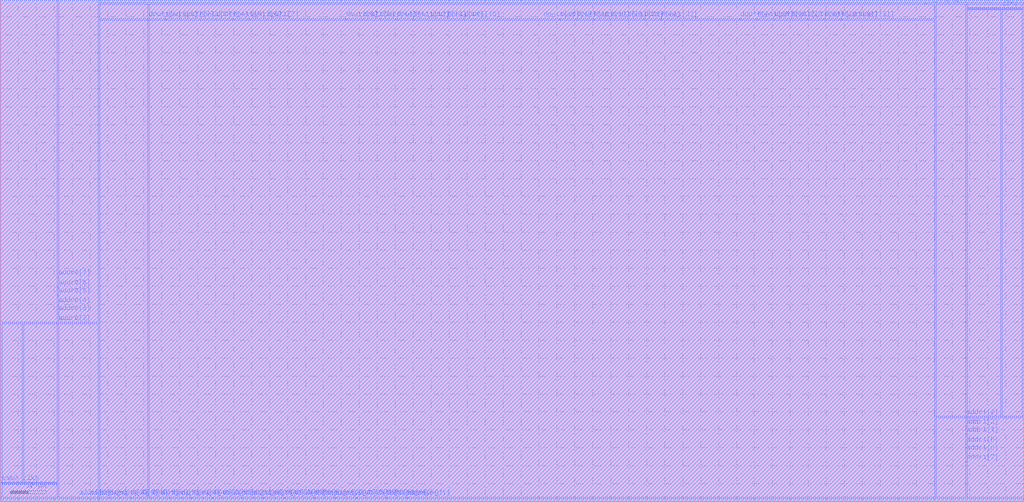
<source format=lef>
VERSION 5.4 ;
NAMESCASESENSITIVE ON ;
BUSBITCHARS "[]" ;
DIVIDERCHAR "/" ;
UNITS
  DATABASE MICRONS 2000 ;
END UNITS
MACRO custom_sram_1r1w_32_256_freepdk45
   CLASS BLOCK ;
   SIZE 285.105 BY 139.77 ;
   SYMMETRY X Y R90 ;
   PIN din0[0]
      DIRECTION INPUT ;
      PORT
         LAYER metal3 ;
         RECT  27.485 1.0375 27.62 1.1725 ;
      END
   END din0[0]
   PIN din0[1]
      DIRECTION INPUT ;
      PORT
         LAYER metal3 ;
         RECT  30.345 1.0375 30.48 1.1725 ;
      END
   END din0[1]
   PIN din0[2]
      DIRECTION INPUT ;
      PORT
         LAYER metal3 ;
         RECT  33.205 1.0375 33.34 1.1725 ;
      END
   END din0[2]
   PIN din0[3]
      DIRECTION INPUT ;
      PORT
         LAYER metal3 ;
         RECT  36.065 1.0375 36.2 1.1725 ;
      END
   END din0[3]
   PIN din0[4]
      DIRECTION INPUT ;
      PORT
         LAYER metal3 ;
         RECT  38.925 1.0375 39.06 1.1725 ;
      END
   END din0[4]
   PIN din0[5]
      DIRECTION INPUT ;
      PORT
         LAYER metal3 ;
         RECT  41.785 1.0375 41.92 1.1725 ;
      END
   END din0[5]
   PIN din0[6]
      DIRECTION INPUT ;
      PORT
         LAYER metal3 ;
         RECT  44.645 1.0375 44.78 1.1725 ;
      END
   END din0[6]
   PIN din0[7]
      DIRECTION INPUT ;
      PORT
         LAYER metal3 ;
         RECT  47.505 1.0375 47.64 1.1725 ;
      END
   END din0[7]
   PIN din0[8]
      DIRECTION INPUT ;
      PORT
         LAYER metal3 ;
         RECT  50.365 1.0375 50.5 1.1725 ;
      END
   END din0[8]
   PIN din0[9]
      DIRECTION INPUT ;
      PORT
         LAYER metal3 ;
         RECT  53.225 1.0375 53.36 1.1725 ;
      END
   END din0[9]
   PIN din0[10]
      DIRECTION INPUT ;
      PORT
         LAYER metal3 ;
         RECT  56.085 1.0375 56.22 1.1725 ;
      END
   END din0[10]
   PIN din0[11]
      DIRECTION INPUT ;
      PORT
         LAYER metal3 ;
         RECT  58.945 1.0375 59.08 1.1725 ;
      END
   END din0[11]
   PIN din0[12]
      DIRECTION INPUT ;
      PORT
         LAYER metal3 ;
         RECT  61.805 1.0375 61.94 1.1725 ;
      END
   END din0[12]
   PIN din0[13]
      DIRECTION INPUT ;
      PORT
         LAYER metal3 ;
         RECT  64.665 1.0375 64.8 1.1725 ;
      END
   END din0[13]
   PIN din0[14]
      DIRECTION INPUT ;
      PORT
         LAYER metal3 ;
         RECT  67.525 1.0375 67.66 1.1725 ;
      END
   END din0[14]
   PIN din0[15]
      DIRECTION INPUT ;
      PORT
         LAYER metal3 ;
         RECT  70.385 1.0375 70.52 1.1725 ;
      END
   END din0[15]
   PIN din0[16]
      DIRECTION INPUT ;
      PORT
         LAYER metal3 ;
         RECT  73.245 1.0375 73.38 1.1725 ;
      END
   END din0[16]
   PIN din0[17]
      DIRECTION INPUT ;
      PORT
         LAYER metal3 ;
         RECT  76.105 1.0375 76.24 1.1725 ;
      END
   END din0[17]
   PIN din0[18]
      DIRECTION INPUT ;
      PORT
         LAYER metal3 ;
         RECT  78.965 1.0375 79.1 1.1725 ;
      END
   END din0[18]
   PIN din0[19]
      DIRECTION INPUT ;
      PORT
         LAYER metal3 ;
         RECT  81.825 1.0375 81.96 1.1725 ;
      END
   END din0[19]
   PIN din0[20]
      DIRECTION INPUT ;
      PORT
         LAYER metal3 ;
         RECT  84.685 1.0375 84.82 1.1725 ;
      END
   END din0[20]
   PIN din0[21]
      DIRECTION INPUT ;
      PORT
         LAYER metal3 ;
         RECT  87.545 1.0375 87.68 1.1725 ;
      END
   END din0[21]
   PIN din0[22]
      DIRECTION INPUT ;
      PORT
         LAYER metal3 ;
         RECT  90.405 1.0375 90.54 1.1725 ;
      END
   END din0[22]
   PIN din0[23]
      DIRECTION INPUT ;
      PORT
         LAYER metal3 ;
         RECT  93.265 1.0375 93.4 1.1725 ;
      END
   END din0[23]
   PIN din0[24]
      DIRECTION INPUT ;
      PORT
         LAYER metal3 ;
         RECT  96.125 1.0375 96.26 1.1725 ;
      END
   END din0[24]
   PIN din0[25]
      DIRECTION INPUT ;
      PORT
         LAYER metal3 ;
         RECT  98.985 1.0375 99.12 1.1725 ;
      END
   END din0[25]
   PIN din0[26]
      DIRECTION INPUT ;
      PORT
         LAYER metal3 ;
         RECT  101.845 1.0375 101.98 1.1725 ;
      END
   END din0[26]
   PIN din0[27]
      DIRECTION INPUT ;
      PORT
         LAYER metal3 ;
         RECT  104.705 1.0375 104.84 1.1725 ;
      END
   END din0[27]
   PIN din0[28]
      DIRECTION INPUT ;
      PORT
         LAYER metal3 ;
         RECT  107.565 1.0375 107.7 1.1725 ;
      END
   END din0[28]
   PIN din0[29]
      DIRECTION INPUT ;
      PORT
         LAYER metal3 ;
         RECT  110.425 1.0375 110.56 1.1725 ;
      END
   END din0[29]
   PIN din0[30]
      DIRECTION INPUT ;
      PORT
         LAYER metal3 ;
         RECT  113.285 1.0375 113.42 1.1725 ;
      END
   END din0[30]
   PIN din0[31]
      DIRECTION INPUT ;
      PORT
         LAYER metal3 ;
         RECT  116.145 1.0375 116.28 1.1725 ;
      END
   END din0[31]
   PIN addr0[0]
      DIRECTION INPUT ;
      PORT
         LAYER metal3 ;
         RECT  21.765 1.0375 21.9 1.1725 ;
      END
   END addr0[0]
   PIN addr0[1]
      DIRECTION INPUT ;
      PORT
         LAYER metal3 ;
         RECT  24.625 1.0375 24.76 1.1725 ;
      END
   END addr0[1]
   PIN addr0[2]
      DIRECTION INPUT ;
      PORT
         LAYER metal3 ;
         RECT  16.045 49.6525 16.18 49.7875 ;
      END
   END addr0[2]
   PIN addr0[3]
      DIRECTION INPUT ;
      PORT
         LAYER metal3 ;
         RECT  16.045 52.3825 16.18 52.5175 ;
      END
   END addr0[3]
   PIN addr0[4]
      DIRECTION INPUT ;
      PORT
         LAYER metal3 ;
         RECT  16.045 54.5925 16.18 54.7275 ;
      END
   END addr0[4]
   PIN addr0[5]
      DIRECTION INPUT ;
      PORT
         LAYER metal3 ;
         RECT  16.045 57.3225 16.18 57.4575 ;
      END
   END addr0[5]
   PIN addr0[6]
      DIRECTION INPUT ;
      PORT
         LAYER metal3 ;
         RECT  16.045 59.5325 16.18 59.6675 ;
      END
   END addr0[6]
   PIN addr0[7]
      DIRECTION INPUT ;
      PORT
         LAYER metal3 ;
         RECT  16.045 62.2625 16.18 62.3975 ;
      END
   END addr0[7]
   PIN addr1[0]
      DIRECTION INPUT ;
      PORT
         LAYER metal3 ;
         RECT  260.345 138.5975 260.48 138.7325 ;
      END
   END addr1[0]
   PIN addr1[1]
      DIRECTION INPUT ;
      PORT
         LAYER metal3 ;
         RECT  257.485 138.5975 257.62 138.7325 ;
      END
   END addr1[1]
   PIN addr1[2]
      DIRECTION INPUT ;
      PORT
         LAYER metal3 ;
         RECT  268.925 23.5225 269.06 23.6575 ;
      END
   END addr1[2]
   PIN addr1[3]
      DIRECTION INPUT ;
      PORT
         LAYER metal3 ;
         RECT  268.925 20.7925 269.06 20.9275 ;
      END
   END addr1[3]
   PIN addr1[4]
      DIRECTION INPUT ;
      PORT
         LAYER metal3 ;
         RECT  268.925 18.5825 269.06 18.7175 ;
      END
   END addr1[4]
   PIN addr1[5]
      DIRECTION INPUT ;
      PORT
         LAYER metal3 ;
         RECT  268.925 15.8525 269.06 15.9875 ;
      END
   END addr1[5]
   PIN addr1[6]
      DIRECTION INPUT ;
      PORT
         LAYER metal3 ;
         RECT  268.925 13.6425 269.06 13.7775 ;
      END
   END addr1[6]
   PIN addr1[7]
      DIRECTION INPUT ;
      PORT
         LAYER metal3 ;
         RECT  268.925 10.9125 269.06 11.0475 ;
      END
   END addr1[7]
   PIN csb0
      DIRECTION INPUT ;
      PORT
         LAYER metal3 ;
         RECT  0.285 5.0625 0.42 5.1975 ;
      END
   END csb0
   PIN csb1
      DIRECTION INPUT ;
      PORT
         LAYER metal3 ;
         RECT  284.685 137.2225 284.82 137.3575 ;
      END
   END csb1
   PIN clk0
      DIRECTION INPUT ;
      PORT
         LAYER metal3 ;
         RECT  6.2475 5.1475 6.3825 5.2825 ;
      END
   END clk0
   PIN clk1
      DIRECTION INPUT ;
      PORT
         LAYER metal3 ;
         RECT  278.7225 137.1375 278.8575 137.2725 ;
      END
   END clk1
   PIN dout1[0]
      DIRECTION OUTPUT ;
      PORT
         LAYER metal3 ;
         RECT  41.26 134.235 41.395 134.37 ;
      END
   END dout1[0]
   PIN dout1[1]
      DIRECTION OUTPUT ;
      PORT
         LAYER metal3 ;
         RECT  45.96 134.235 46.095 134.37 ;
      END
   END dout1[1]
   PIN dout1[2]
      DIRECTION OUTPUT ;
      PORT
         LAYER metal3 ;
         RECT  50.66 134.235 50.795 134.37 ;
      END
   END dout1[2]
   PIN dout1[3]
      DIRECTION OUTPUT ;
      PORT
         LAYER metal3 ;
         RECT  55.36 134.235 55.495 134.37 ;
      END
   END dout1[3]
   PIN dout1[4]
      DIRECTION OUTPUT ;
      PORT
         LAYER metal3 ;
         RECT  60.06 134.235 60.195 134.37 ;
      END
   END dout1[4]
   PIN dout1[5]
      DIRECTION OUTPUT ;
      PORT
         LAYER metal3 ;
         RECT  64.76 134.235 64.895 134.37 ;
      END
   END dout1[5]
   PIN dout1[6]
      DIRECTION OUTPUT ;
      PORT
         LAYER metal3 ;
         RECT  69.46 134.235 69.595 134.37 ;
      END
   END dout1[6]
   PIN dout1[7]
      DIRECTION OUTPUT ;
      PORT
         LAYER metal3 ;
         RECT  74.16 134.235 74.295 134.37 ;
      END
   END dout1[7]
   PIN dout1[8]
      DIRECTION OUTPUT ;
      PORT
         LAYER metal3 ;
         RECT  96.165 134.235 96.3 134.37 ;
      END
   END dout1[8]
   PIN dout1[9]
      DIRECTION OUTPUT ;
      PORT
         LAYER metal3 ;
         RECT  100.865 134.235 101.0 134.37 ;
      END
   END dout1[9]
   PIN dout1[10]
      DIRECTION OUTPUT ;
      PORT
         LAYER metal3 ;
         RECT  105.565 134.235 105.7 134.37 ;
      END
   END dout1[10]
   PIN dout1[11]
      DIRECTION OUTPUT ;
      PORT
         LAYER metal3 ;
         RECT  110.265 134.235 110.4 134.37 ;
      END
   END dout1[11]
   PIN dout1[12]
      DIRECTION OUTPUT ;
      PORT
         LAYER metal3 ;
         RECT  114.965 134.235 115.1 134.37 ;
      END
   END dout1[12]
   PIN dout1[13]
      DIRECTION OUTPUT ;
      PORT
         LAYER metal3 ;
         RECT  119.665 134.235 119.8 134.37 ;
      END
   END dout1[13]
   PIN dout1[14]
      DIRECTION OUTPUT ;
      PORT
         LAYER metal3 ;
         RECT  124.365 134.235 124.5 134.37 ;
      END
   END dout1[14]
   PIN dout1[15]
      DIRECTION OUTPUT ;
      PORT
         LAYER metal3 ;
         RECT  129.065 134.235 129.2 134.37 ;
      END
   END dout1[15]
   PIN dout1[16]
      DIRECTION OUTPUT ;
      PORT
         LAYER metal3 ;
         RECT  151.07 134.235 151.205 134.37 ;
      END
   END dout1[16]
   PIN dout1[17]
      DIRECTION OUTPUT ;
      PORT
         LAYER metal3 ;
         RECT  155.77 134.235 155.905 134.37 ;
      END
   END dout1[17]
   PIN dout1[18]
      DIRECTION OUTPUT ;
      PORT
         LAYER metal3 ;
         RECT  160.47 134.235 160.605 134.37 ;
      END
   END dout1[18]
   PIN dout1[19]
      DIRECTION OUTPUT ;
      PORT
         LAYER metal3 ;
         RECT  165.17 134.235 165.305 134.37 ;
      END
   END dout1[19]
   PIN dout1[20]
      DIRECTION OUTPUT ;
      PORT
         LAYER metal3 ;
         RECT  169.87 134.235 170.005 134.37 ;
      END
   END dout1[20]
   PIN dout1[21]
      DIRECTION OUTPUT ;
      PORT
         LAYER metal3 ;
         RECT  174.57 134.235 174.705 134.37 ;
      END
   END dout1[21]
   PIN dout1[22]
      DIRECTION OUTPUT ;
      PORT
         LAYER metal3 ;
         RECT  179.27 134.235 179.405 134.37 ;
      END
   END dout1[22]
   PIN dout1[23]
      DIRECTION OUTPUT ;
      PORT
         LAYER metal3 ;
         RECT  183.97 134.235 184.105 134.37 ;
      END
   END dout1[23]
   PIN dout1[24]
      DIRECTION OUTPUT ;
      PORT
         LAYER metal3 ;
         RECT  205.975 134.235 206.11 134.37 ;
      END
   END dout1[24]
   PIN dout1[25]
      DIRECTION OUTPUT ;
      PORT
         LAYER metal3 ;
         RECT  210.675 134.235 210.81 134.37 ;
      END
   END dout1[25]
   PIN dout1[26]
      DIRECTION OUTPUT ;
      PORT
         LAYER metal3 ;
         RECT  215.375 134.235 215.51 134.37 ;
      END
   END dout1[26]
   PIN dout1[27]
      DIRECTION OUTPUT ;
      PORT
         LAYER metal3 ;
         RECT  220.075 134.235 220.21 134.37 ;
      END
   END dout1[27]
   PIN dout1[28]
      DIRECTION OUTPUT ;
      PORT
         LAYER metal3 ;
         RECT  224.775 134.235 224.91 134.37 ;
      END
   END dout1[28]
   PIN dout1[29]
      DIRECTION OUTPUT ;
      PORT
         LAYER metal3 ;
         RECT  229.475 134.235 229.61 134.37 ;
      END
   END dout1[29]
   PIN dout1[30]
      DIRECTION OUTPUT ;
      PORT
         LAYER metal3 ;
         RECT  234.175 134.235 234.31 134.37 ;
      END
   END dout1[30]
   PIN dout1[31]
      DIRECTION OUTPUT ;
      PORT
         LAYER metal3 ;
         RECT  238.875 134.235 239.01 134.37 ;
      END
   END dout1[31]
   PIN vdd
      DIRECTION INOUT ;
      USE POWER ; 
      SHAPE ABUTMENT ; 
      PORT
      END
   END vdd
   PIN gnd
      DIRECTION INOUT ;
      USE GROUND ; 
      SHAPE ABUTMENT ; 
      PORT
      END
   END gnd
   OBS
   LAYER  metal1 ;
      RECT  0.14 0.14 284.965 139.63 ;
   LAYER  metal2 ;
      RECT  0.14 0.14 284.965 139.63 ;
   LAYER  metal3 ;
      RECT  0.14 0.14 27.345 0.8975 ;
      RECT  27.345 0.14 27.76 0.8975 ;
      RECT  27.345 1.3125 27.76 139.63 ;
      RECT  27.76 0.14 284.965 0.8975 ;
      RECT  27.76 0.8975 30.205 1.3125 ;
      RECT  30.62 0.8975 33.065 1.3125 ;
      RECT  33.48 0.8975 35.925 1.3125 ;
      RECT  36.34 0.8975 38.785 1.3125 ;
      RECT  39.2 0.8975 41.645 1.3125 ;
      RECT  42.06 0.8975 44.505 1.3125 ;
      RECT  44.92 0.8975 47.365 1.3125 ;
      RECT  47.78 0.8975 50.225 1.3125 ;
      RECT  50.64 0.8975 53.085 1.3125 ;
      RECT  53.5 0.8975 55.945 1.3125 ;
      RECT  56.36 0.8975 58.805 1.3125 ;
      RECT  59.22 0.8975 61.665 1.3125 ;
      RECT  62.08 0.8975 64.525 1.3125 ;
      RECT  64.94 0.8975 67.385 1.3125 ;
      RECT  67.8 0.8975 70.245 1.3125 ;
      RECT  70.66 0.8975 73.105 1.3125 ;
      RECT  73.52 0.8975 75.965 1.3125 ;
      RECT  76.38 0.8975 78.825 1.3125 ;
      RECT  79.24 0.8975 81.685 1.3125 ;
      RECT  82.1 0.8975 84.545 1.3125 ;
      RECT  84.96 0.8975 87.405 1.3125 ;
      RECT  87.82 0.8975 90.265 1.3125 ;
      RECT  90.68 0.8975 93.125 1.3125 ;
      RECT  93.54 0.8975 95.985 1.3125 ;
      RECT  96.4 0.8975 98.845 1.3125 ;
      RECT  99.26 0.8975 101.705 1.3125 ;
      RECT  102.12 0.8975 104.565 1.3125 ;
      RECT  104.98 0.8975 107.425 1.3125 ;
      RECT  107.84 0.8975 110.285 1.3125 ;
      RECT  110.7 0.8975 113.145 1.3125 ;
      RECT  113.56 0.8975 116.005 1.3125 ;
      RECT  116.42 0.8975 284.965 1.3125 ;
      RECT  0.14 0.8975 21.625 1.3125 ;
      RECT  22.04 0.8975 24.485 1.3125 ;
      RECT  24.9 0.8975 27.345 1.3125 ;
      RECT  0.14 49.5125 15.905 49.9275 ;
      RECT  0.14 49.9275 15.905 139.63 ;
      RECT  15.905 1.3125 16.32 49.5125 ;
      RECT  16.32 1.3125 27.345 49.5125 ;
      RECT  16.32 49.5125 27.345 49.9275 ;
      RECT  16.32 49.9275 27.345 139.63 ;
      RECT  15.905 49.9275 16.32 52.2425 ;
      RECT  15.905 52.6575 16.32 54.4525 ;
      RECT  15.905 54.8675 16.32 57.1825 ;
      RECT  15.905 57.5975 16.32 59.3925 ;
      RECT  15.905 59.8075 16.32 62.1225 ;
      RECT  15.905 62.5375 16.32 139.63 ;
      RECT  27.76 138.8725 260.205 139.63 ;
      RECT  260.205 1.3125 260.62 138.4575 ;
      RECT  260.205 138.8725 260.62 139.63 ;
      RECT  260.62 138.4575 284.965 138.8725 ;
      RECT  260.62 138.8725 284.965 139.63 ;
      RECT  27.76 138.4575 257.345 138.8725 ;
      RECT  257.76 138.4575 260.205 138.8725 ;
      RECT  260.62 1.3125 268.785 23.3825 ;
      RECT  260.62 23.3825 268.785 23.7975 ;
      RECT  260.62 23.7975 268.785 138.4575 ;
      RECT  268.785 23.7975 269.2 138.4575 ;
      RECT  269.2 1.3125 284.965 23.3825 ;
      RECT  269.2 23.3825 284.965 23.7975 ;
      RECT  268.785 21.0675 269.2 23.3825 ;
      RECT  268.785 18.8575 269.2 20.6525 ;
      RECT  268.785 16.1275 269.2 18.4425 ;
      RECT  268.785 13.9175 269.2 15.7125 ;
      RECT  268.785 1.3125 269.2 10.7725 ;
      RECT  268.785 11.1875 269.2 13.5025 ;
      RECT  0.14 1.3125 0.145 4.9225 ;
      RECT  0.14 4.9225 0.145 5.3375 ;
      RECT  0.14 5.3375 0.145 49.5125 ;
      RECT  0.145 1.3125 0.56 4.9225 ;
      RECT  0.145 5.3375 0.56 49.5125 ;
      RECT  0.56 1.3125 15.905 4.9225 ;
      RECT  269.2 137.4975 284.545 138.4575 ;
      RECT  284.545 23.7975 284.96 137.0825 ;
      RECT  284.545 137.4975 284.96 138.4575 ;
      RECT  284.96 23.7975 284.965 137.0825 ;
      RECT  284.96 137.0825 284.965 137.4975 ;
      RECT  284.96 137.4975 284.965 138.4575 ;
      RECT  0.56 4.9225 6.1075 5.0075 ;
      RECT  0.56 5.0075 6.1075 5.3375 ;
      RECT  6.1075 4.9225 6.5225 5.0075 ;
      RECT  6.5225 4.9225 15.905 5.0075 ;
      RECT  6.5225 5.0075 15.905 5.3375 ;
      RECT  0.56 5.3375 6.1075 5.4225 ;
      RECT  0.56 5.4225 6.1075 49.5125 ;
      RECT  6.1075 5.4225 6.5225 49.5125 ;
      RECT  6.5225 5.3375 15.905 5.4225 ;
      RECT  6.5225 5.4225 15.905 49.5125 ;
      RECT  269.2 23.7975 278.5825 136.9975 ;
      RECT  269.2 136.9975 278.5825 137.0825 ;
      RECT  278.5825 23.7975 278.9975 136.9975 ;
      RECT  278.9975 23.7975 284.545 136.9975 ;
      RECT  278.9975 136.9975 284.545 137.0825 ;
      RECT  269.2 137.0825 278.5825 137.4125 ;
      RECT  269.2 137.4125 278.5825 137.4975 ;
      RECT  278.5825 137.4125 278.9975 137.4975 ;
      RECT  278.9975 137.0825 284.545 137.4125 ;
      RECT  278.9975 137.4125 284.545 137.4975 ;
      RECT  27.76 1.3125 41.12 134.095 ;
      RECT  27.76 134.095 41.12 134.51 ;
      RECT  27.76 134.51 41.12 138.4575 ;
      RECT  41.12 1.3125 41.535 134.095 ;
      RECT  41.12 134.51 41.535 138.4575 ;
      RECT  41.535 1.3125 260.205 134.095 ;
      RECT  41.535 134.51 260.205 138.4575 ;
      RECT  41.535 134.095 45.82 134.51 ;
      RECT  46.235 134.095 50.52 134.51 ;
      RECT  50.935 134.095 55.22 134.51 ;
      RECT  55.635 134.095 59.92 134.51 ;
      RECT  60.335 134.095 64.62 134.51 ;
      RECT  65.035 134.095 69.32 134.51 ;
      RECT  69.735 134.095 74.02 134.51 ;
      RECT  74.435 134.095 96.025 134.51 ;
      RECT  96.44 134.095 100.725 134.51 ;
      RECT  101.14 134.095 105.425 134.51 ;
      RECT  105.84 134.095 110.125 134.51 ;
      RECT  110.54 134.095 114.825 134.51 ;
      RECT  115.24 134.095 119.525 134.51 ;
      RECT  119.94 134.095 124.225 134.51 ;
      RECT  124.64 134.095 128.925 134.51 ;
      RECT  129.34 134.095 150.93 134.51 ;
      RECT  151.345 134.095 155.63 134.51 ;
      RECT  156.045 134.095 160.33 134.51 ;
      RECT  160.745 134.095 165.03 134.51 ;
      RECT  165.445 134.095 169.73 134.51 ;
      RECT  170.145 134.095 174.43 134.51 ;
      RECT  174.845 134.095 179.13 134.51 ;
      RECT  179.545 134.095 183.83 134.51 ;
      RECT  184.245 134.095 205.835 134.51 ;
      RECT  206.25 134.095 210.535 134.51 ;
      RECT  210.95 134.095 215.235 134.51 ;
      RECT  215.65 134.095 219.935 134.51 ;
      RECT  220.35 134.095 224.635 134.51 ;
      RECT  225.05 134.095 229.335 134.51 ;
      RECT  229.75 134.095 234.035 134.51 ;
      RECT  234.45 134.095 238.735 134.51 ;
      RECT  239.15 134.095 260.205 134.51 ;
   LAYER  metal4 ;
      RECT  0.14 0.14 284.965 139.63 ;
   END
END    custom_sram_1r1w_32_256_freepdk45
END    LIBRARY

</source>
